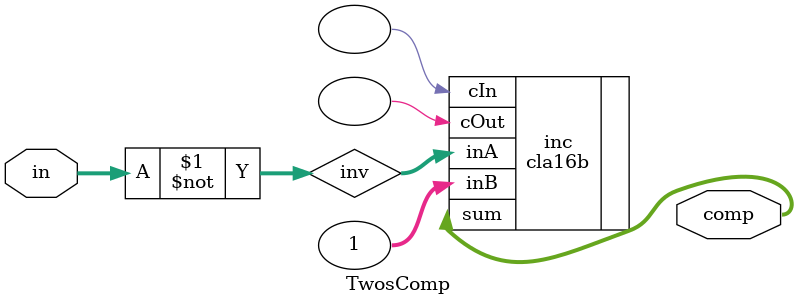
<source format=v>
`default_nettype none
module TwosComp(comp, in);
    output wire[15:0] comp;
    input wire[15:0] in;

    wire[15:0] inv;

    assign inv = ~in;
    cla16b inc(.sum(comp), .cOut(), .inA(inv), .inB(1), .cIn());

endmodule
`default_nettype wire

</source>
